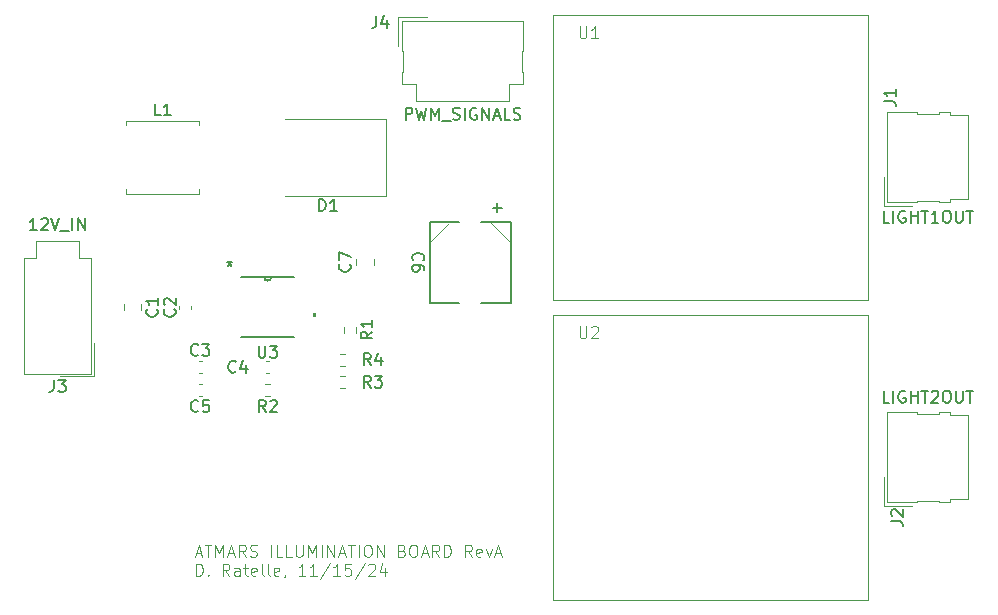
<source format=gbr>
%TF.GenerationSoftware,KiCad,Pcbnew,8.0.3*%
%TF.CreationDate,2024-11-26T12:10:15-08:00*%
%TF.ProjectId,IlluminationControlBoard,496c6c75-6d69-46e6-9174-696f6e436f6e,rev?*%
%TF.SameCoordinates,Original*%
%TF.FileFunction,Legend,Top*%
%TF.FilePolarity,Positive*%
%FSLAX46Y46*%
G04 Gerber Fmt 4.6, Leading zero omitted, Abs format (unit mm)*
G04 Created by KiCad (PCBNEW 8.0.3) date 2024-11-26 12:10:15*
%MOMM*%
%LPD*%
G01*
G04 APERTURE LIST*
%ADD10C,0.100000*%
%ADD11C,0.150000*%
%ADD12C,0.120000*%
%ADD13C,0.152400*%
%ADD14C,0.000000*%
G04 APERTURE END LIST*
D10*
X41531265Y-71636760D02*
X42007455Y-71636760D01*
X41436027Y-71922475D02*
X41769360Y-70922475D01*
X41769360Y-70922475D02*
X42102693Y-71922475D01*
X42293170Y-70922475D02*
X42864598Y-70922475D01*
X42578884Y-71922475D02*
X42578884Y-70922475D01*
X43197932Y-71922475D02*
X43197932Y-70922475D01*
X43197932Y-70922475D02*
X43531265Y-71636760D01*
X43531265Y-71636760D02*
X43864598Y-70922475D01*
X43864598Y-70922475D02*
X43864598Y-71922475D01*
X44293170Y-71636760D02*
X44769360Y-71636760D01*
X44197932Y-71922475D02*
X44531265Y-70922475D01*
X44531265Y-70922475D02*
X44864598Y-71922475D01*
X45769360Y-71922475D02*
X45436027Y-71446284D01*
X45197932Y-71922475D02*
X45197932Y-70922475D01*
X45197932Y-70922475D02*
X45578884Y-70922475D01*
X45578884Y-70922475D02*
X45674122Y-70970094D01*
X45674122Y-70970094D02*
X45721741Y-71017713D01*
X45721741Y-71017713D02*
X45769360Y-71112951D01*
X45769360Y-71112951D02*
X45769360Y-71255808D01*
X45769360Y-71255808D02*
X45721741Y-71351046D01*
X45721741Y-71351046D02*
X45674122Y-71398665D01*
X45674122Y-71398665D02*
X45578884Y-71446284D01*
X45578884Y-71446284D02*
X45197932Y-71446284D01*
X46150313Y-71874856D02*
X46293170Y-71922475D01*
X46293170Y-71922475D02*
X46531265Y-71922475D01*
X46531265Y-71922475D02*
X46626503Y-71874856D01*
X46626503Y-71874856D02*
X46674122Y-71827236D01*
X46674122Y-71827236D02*
X46721741Y-71731998D01*
X46721741Y-71731998D02*
X46721741Y-71636760D01*
X46721741Y-71636760D02*
X46674122Y-71541522D01*
X46674122Y-71541522D02*
X46626503Y-71493903D01*
X46626503Y-71493903D02*
X46531265Y-71446284D01*
X46531265Y-71446284D02*
X46340789Y-71398665D01*
X46340789Y-71398665D02*
X46245551Y-71351046D01*
X46245551Y-71351046D02*
X46197932Y-71303427D01*
X46197932Y-71303427D02*
X46150313Y-71208189D01*
X46150313Y-71208189D02*
X46150313Y-71112951D01*
X46150313Y-71112951D02*
X46197932Y-71017713D01*
X46197932Y-71017713D02*
X46245551Y-70970094D01*
X46245551Y-70970094D02*
X46340789Y-70922475D01*
X46340789Y-70922475D02*
X46578884Y-70922475D01*
X46578884Y-70922475D02*
X46721741Y-70970094D01*
X47912218Y-71922475D02*
X47912218Y-70922475D01*
X48864598Y-71922475D02*
X48388408Y-71922475D01*
X48388408Y-71922475D02*
X48388408Y-70922475D01*
X49674122Y-71922475D02*
X49197932Y-71922475D01*
X49197932Y-71922475D02*
X49197932Y-70922475D01*
X50007456Y-70922475D02*
X50007456Y-71731998D01*
X50007456Y-71731998D02*
X50055075Y-71827236D01*
X50055075Y-71827236D02*
X50102694Y-71874856D01*
X50102694Y-71874856D02*
X50197932Y-71922475D01*
X50197932Y-71922475D02*
X50388408Y-71922475D01*
X50388408Y-71922475D02*
X50483646Y-71874856D01*
X50483646Y-71874856D02*
X50531265Y-71827236D01*
X50531265Y-71827236D02*
X50578884Y-71731998D01*
X50578884Y-71731998D02*
X50578884Y-70922475D01*
X51055075Y-71922475D02*
X51055075Y-70922475D01*
X51055075Y-70922475D02*
X51388408Y-71636760D01*
X51388408Y-71636760D02*
X51721741Y-70922475D01*
X51721741Y-70922475D02*
X51721741Y-71922475D01*
X52197932Y-71922475D02*
X52197932Y-70922475D01*
X52674122Y-71922475D02*
X52674122Y-70922475D01*
X52674122Y-70922475D02*
X53245550Y-71922475D01*
X53245550Y-71922475D02*
X53245550Y-70922475D01*
X53674122Y-71636760D02*
X54150312Y-71636760D01*
X53578884Y-71922475D02*
X53912217Y-70922475D01*
X53912217Y-70922475D02*
X54245550Y-71922475D01*
X54436027Y-70922475D02*
X55007455Y-70922475D01*
X54721741Y-71922475D02*
X54721741Y-70922475D01*
X55340789Y-71922475D02*
X55340789Y-70922475D01*
X56007455Y-70922475D02*
X56197931Y-70922475D01*
X56197931Y-70922475D02*
X56293169Y-70970094D01*
X56293169Y-70970094D02*
X56388407Y-71065332D01*
X56388407Y-71065332D02*
X56436026Y-71255808D01*
X56436026Y-71255808D02*
X56436026Y-71589141D01*
X56436026Y-71589141D02*
X56388407Y-71779617D01*
X56388407Y-71779617D02*
X56293169Y-71874856D01*
X56293169Y-71874856D02*
X56197931Y-71922475D01*
X56197931Y-71922475D02*
X56007455Y-71922475D01*
X56007455Y-71922475D02*
X55912217Y-71874856D01*
X55912217Y-71874856D02*
X55816979Y-71779617D01*
X55816979Y-71779617D02*
X55769360Y-71589141D01*
X55769360Y-71589141D02*
X55769360Y-71255808D01*
X55769360Y-71255808D02*
X55816979Y-71065332D01*
X55816979Y-71065332D02*
X55912217Y-70970094D01*
X55912217Y-70970094D02*
X56007455Y-70922475D01*
X56864598Y-71922475D02*
X56864598Y-70922475D01*
X56864598Y-70922475D02*
X57436026Y-71922475D01*
X57436026Y-71922475D02*
X57436026Y-70922475D01*
X59007455Y-71398665D02*
X59150312Y-71446284D01*
X59150312Y-71446284D02*
X59197931Y-71493903D01*
X59197931Y-71493903D02*
X59245550Y-71589141D01*
X59245550Y-71589141D02*
X59245550Y-71731998D01*
X59245550Y-71731998D02*
X59197931Y-71827236D01*
X59197931Y-71827236D02*
X59150312Y-71874856D01*
X59150312Y-71874856D02*
X59055074Y-71922475D01*
X59055074Y-71922475D02*
X58674122Y-71922475D01*
X58674122Y-71922475D02*
X58674122Y-70922475D01*
X58674122Y-70922475D02*
X59007455Y-70922475D01*
X59007455Y-70922475D02*
X59102693Y-70970094D01*
X59102693Y-70970094D02*
X59150312Y-71017713D01*
X59150312Y-71017713D02*
X59197931Y-71112951D01*
X59197931Y-71112951D02*
X59197931Y-71208189D01*
X59197931Y-71208189D02*
X59150312Y-71303427D01*
X59150312Y-71303427D02*
X59102693Y-71351046D01*
X59102693Y-71351046D02*
X59007455Y-71398665D01*
X59007455Y-71398665D02*
X58674122Y-71398665D01*
X59864598Y-70922475D02*
X60055074Y-70922475D01*
X60055074Y-70922475D02*
X60150312Y-70970094D01*
X60150312Y-70970094D02*
X60245550Y-71065332D01*
X60245550Y-71065332D02*
X60293169Y-71255808D01*
X60293169Y-71255808D02*
X60293169Y-71589141D01*
X60293169Y-71589141D02*
X60245550Y-71779617D01*
X60245550Y-71779617D02*
X60150312Y-71874856D01*
X60150312Y-71874856D02*
X60055074Y-71922475D01*
X60055074Y-71922475D02*
X59864598Y-71922475D01*
X59864598Y-71922475D02*
X59769360Y-71874856D01*
X59769360Y-71874856D02*
X59674122Y-71779617D01*
X59674122Y-71779617D02*
X59626503Y-71589141D01*
X59626503Y-71589141D02*
X59626503Y-71255808D01*
X59626503Y-71255808D02*
X59674122Y-71065332D01*
X59674122Y-71065332D02*
X59769360Y-70970094D01*
X59769360Y-70970094D02*
X59864598Y-70922475D01*
X60674122Y-71636760D02*
X61150312Y-71636760D01*
X60578884Y-71922475D02*
X60912217Y-70922475D01*
X60912217Y-70922475D02*
X61245550Y-71922475D01*
X62150312Y-71922475D02*
X61816979Y-71446284D01*
X61578884Y-71922475D02*
X61578884Y-70922475D01*
X61578884Y-70922475D02*
X61959836Y-70922475D01*
X61959836Y-70922475D02*
X62055074Y-70970094D01*
X62055074Y-70970094D02*
X62102693Y-71017713D01*
X62102693Y-71017713D02*
X62150312Y-71112951D01*
X62150312Y-71112951D02*
X62150312Y-71255808D01*
X62150312Y-71255808D02*
X62102693Y-71351046D01*
X62102693Y-71351046D02*
X62055074Y-71398665D01*
X62055074Y-71398665D02*
X61959836Y-71446284D01*
X61959836Y-71446284D02*
X61578884Y-71446284D01*
X62578884Y-71922475D02*
X62578884Y-70922475D01*
X62578884Y-70922475D02*
X62816979Y-70922475D01*
X62816979Y-70922475D02*
X62959836Y-70970094D01*
X62959836Y-70970094D02*
X63055074Y-71065332D01*
X63055074Y-71065332D02*
X63102693Y-71160570D01*
X63102693Y-71160570D02*
X63150312Y-71351046D01*
X63150312Y-71351046D02*
X63150312Y-71493903D01*
X63150312Y-71493903D02*
X63102693Y-71684379D01*
X63102693Y-71684379D02*
X63055074Y-71779617D01*
X63055074Y-71779617D02*
X62959836Y-71874856D01*
X62959836Y-71874856D02*
X62816979Y-71922475D01*
X62816979Y-71922475D02*
X62578884Y-71922475D01*
X64912217Y-71922475D02*
X64578884Y-71446284D01*
X64340789Y-71922475D02*
X64340789Y-70922475D01*
X64340789Y-70922475D02*
X64721741Y-70922475D01*
X64721741Y-70922475D02*
X64816979Y-70970094D01*
X64816979Y-70970094D02*
X64864598Y-71017713D01*
X64864598Y-71017713D02*
X64912217Y-71112951D01*
X64912217Y-71112951D02*
X64912217Y-71255808D01*
X64912217Y-71255808D02*
X64864598Y-71351046D01*
X64864598Y-71351046D02*
X64816979Y-71398665D01*
X64816979Y-71398665D02*
X64721741Y-71446284D01*
X64721741Y-71446284D02*
X64340789Y-71446284D01*
X65721741Y-71874856D02*
X65626503Y-71922475D01*
X65626503Y-71922475D02*
X65436027Y-71922475D01*
X65436027Y-71922475D02*
X65340789Y-71874856D01*
X65340789Y-71874856D02*
X65293170Y-71779617D01*
X65293170Y-71779617D02*
X65293170Y-71398665D01*
X65293170Y-71398665D02*
X65340789Y-71303427D01*
X65340789Y-71303427D02*
X65436027Y-71255808D01*
X65436027Y-71255808D02*
X65626503Y-71255808D01*
X65626503Y-71255808D02*
X65721741Y-71303427D01*
X65721741Y-71303427D02*
X65769360Y-71398665D01*
X65769360Y-71398665D02*
X65769360Y-71493903D01*
X65769360Y-71493903D02*
X65293170Y-71589141D01*
X66102694Y-71255808D02*
X66340789Y-71922475D01*
X66340789Y-71922475D02*
X66578884Y-71255808D01*
X66912218Y-71636760D02*
X67388408Y-71636760D01*
X66816980Y-71922475D02*
X67150313Y-70922475D01*
X67150313Y-70922475D02*
X67483646Y-71922475D01*
X41578884Y-73532419D02*
X41578884Y-72532419D01*
X41578884Y-72532419D02*
X41816979Y-72532419D01*
X41816979Y-72532419D02*
X41959836Y-72580038D01*
X41959836Y-72580038D02*
X42055074Y-72675276D01*
X42055074Y-72675276D02*
X42102693Y-72770514D01*
X42102693Y-72770514D02*
X42150312Y-72960990D01*
X42150312Y-72960990D02*
X42150312Y-73103847D01*
X42150312Y-73103847D02*
X42102693Y-73294323D01*
X42102693Y-73294323D02*
X42055074Y-73389561D01*
X42055074Y-73389561D02*
X41959836Y-73484800D01*
X41959836Y-73484800D02*
X41816979Y-73532419D01*
X41816979Y-73532419D02*
X41578884Y-73532419D01*
X42578884Y-73437180D02*
X42626503Y-73484800D01*
X42626503Y-73484800D02*
X42578884Y-73532419D01*
X42578884Y-73532419D02*
X42531265Y-73484800D01*
X42531265Y-73484800D02*
X42578884Y-73437180D01*
X42578884Y-73437180D02*
X42578884Y-73532419D01*
X44388407Y-73532419D02*
X44055074Y-73056228D01*
X43816979Y-73532419D02*
X43816979Y-72532419D01*
X43816979Y-72532419D02*
X44197931Y-72532419D01*
X44197931Y-72532419D02*
X44293169Y-72580038D01*
X44293169Y-72580038D02*
X44340788Y-72627657D01*
X44340788Y-72627657D02*
X44388407Y-72722895D01*
X44388407Y-72722895D02*
X44388407Y-72865752D01*
X44388407Y-72865752D02*
X44340788Y-72960990D01*
X44340788Y-72960990D02*
X44293169Y-73008609D01*
X44293169Y-73008609D02*
X44197931Y-73056228D01*
X44197931Y-73056228D02*
X43816979Y-73056228D01*
X45245550Y-73532419D02*
X45245550Y-73008609D01*
X45245550Y-73008609D02*
X45197931Y-72913371D01*
X45197931Y-72913371D02*
X45102693Y-72865752D01*
X45102693Y-72865752D02*
X44912217Y-72865752D01*
X44912217Y-72865752D02*
X44816979Y-72913371D01*
X45245550Y-73484800D02*
X45150312Y-73532419D01*
X45150312Y-73532419D02*
X44912217Y-73532419D01*
X44912217Y-73532419D02*
X44816979Y-73484800D01*
X44816979Y-73484800D02*
X44769360Y-73389561D01*
X44769360Y-73389561D02*
X44769360Y-73294323D01*
X44769360Y-73294323D02*
X44816979Y-73199085D01*
X44816979Y-73199085D02*
X44912217Y-73151466D01*
X44912217Y-73151466D02*
X45150312Y-73151466D01*
X45150312Y-73151466D02*
X45245550Y-73103847D01*
X45578884Y-72865752D02*
X45959836Y-72865752D01*
X45721741Y-72532419D02*
X45721741Y-73389561D01*
X45721741Y-73389561D02*
X45769360Y-73484800D01*
X45769360Y-73484800D02*
X45864598Y-73532419D01*
X45864598Y-73532419D02*
X45959836Y-73532419D01*
X46674122Y-73484800D02*
X46578884Y-73532419D01*
X46578884Y-73532419D02*
X46388408Y-73532419D01*
X46388408Y-73532419D02*
X46293170Y-73484800D01*
X46293170Y-73484800D02*
X46245551Y-73389561D01*
X46245551Y-73389561D02*
X46245551Y-73008609D01*
X46245551Y-73008609D02*
X46293170Y-72913371D01*
X46293170Y-72913371D02*
X46388408Y-72865752D01*
X46388408Y-72865752D02*
X46578884Y-72865752D01*
X46578884Y-72865752D02*
X46674122Y-72913371D01*
X46674122Y-72913371D02*
X46721741Y-73008609D01*
X46721741Y-73008609D02*
X46721741Y-73103847D01*
X46721741Y-73103847D02*
X46245551Y-73199085D01*
X47293170Y-73532419D02*
X47197932Y-73484800D01*
X47197932Y-73484800D02*
X47150313Y-73389561D01*
X47150313Y-73389561D02*
X47150313Y-72532419D01*
X47816980Y-73532419D02*
X47721742Y-73484800D01*
X47721742Y-73484800D02*
X47674123Y-73389561D01*
X47674123Y-73389561D02*
X47674123Y-72532419D01*
X48578885Y-73484800D02*
X48483647Y-73532419D01*
X48483647Y-73532419D02*
X48293171Y-73532419D01*
X48293171Y-73532419D02*
X48197933Y-73484800D01*
X48197933Y-73484800D02*
X48150314Y-73389561D01*
X48150314Y-73389561D02*
X48150314Y-73008609D01*
X48150314Y-73008609D02*
X48197933Y-72913371D01*
X48197933Y-72913371D02*
X48293171Y-72865752D01*
X48293171Y-72865752D02*
X48483647Y-72865752D01*
X48483647Y-72865752D02*
X48578885Y-72913371D01*
X48578885Y-72913371D02*
X48626504Y-73008609D01*
X48626504Y-73008609D02*
X48626504Y-73103847D01*
X48626504Y-73103847D02*
X48150314Y-73199085D01*
X49102695Y-73484800D02*
X49102695Y-73532419D01*
X49102695Y-73532419D02*
X49055076Y-73627657D01*
X49055076Y-73627657D02*
X49007457Y-73675276D01*
X50816980Y-73532419D02*
X50245552Y-73532419D01*
X50531266Y-73532419D02*
X50531266Y-72532419D01*
X50531266Y-72532419D02*
X50436028Y-72675276D01*
X50436028Y-72675276D02*
X50340790Y-72770514D01*
X50340790Y-72770514D02*
X50245552Y-72818133D01*
X51769361Y-73532419D02*
X51197933Y-73532419D01*
X51483647Y-73532419D02*
X51483647Y-72532419D01*
X51483647Y-72532419D02*
X51388409Y-72675276D01*
X51388409Y-72675276D02*
X51293171Y-72770514D01*
X51293171Y-72770514D02*
X51197933Y-72818133D01*
X52912218Y-72484800D02*
X52055076Y-73770514D01*
X53769361Y-73532419D02*
X53197933Y-73532419D01*
X53483647Y-73532419D02*
X53483647Y-72532419D01*
X53483647Y-72532419D02*
X53388409Y-72675276D01*
X53388409Y-72675276D02*
X53293171Y-72770514D01*
X53293171Y-72770514D02*
X53197933Y-72818133D01*
X54674123Y-72532419D02*
X54197933Y-72532419D01*
X54197933Y-72532419D02*
X54150314Y-73008609D01*
X54150314Y-73008609D02*
X54197933Y-72960990D01*
X54197933Y-72960990D02*
X54293171Y-72913371D01*
X54293171Y-72913371D02*
X54531266Y-72913371D01*
X54531266Y-72913371D02*
X54626504Y-72960990D01*
X54626504Y-72960990D02*
X54674123Y-73008609D01*
X54674123Y-73008609D02*
X54721742Y-73103847D01*
X54721742Y-73103847D02*
X54721742Y-73341942D01*
X54721742Y-73341942D02*
X54674123Y-73437180D01*
X54674123Y-73437180D02*
X54626504Y-73484800D01*
X54626504Y-73484800D02*
X54531266Y-73532419D01*
X54531266Y-73532419D02*
X54293171Y-73532419D01*
X54293171Y-73532419D02*
X54197933Y-73484800D01*
X54197933Y-73484800D02*
X54150314Y-73437180D01*
X55864599Y-72484800D02*
X55007457Y-73770514D01*
X56150314Y-72627657D02*
X56197933Y-72580038D01*
X56197933Y-72580038D02*
X56293171Y-72532419D01*
X56293171Y-72532419D02*
X56531266Y-72532419D01*
X56531266Y-72532419D02*
X56626504Y-72580038D01*
X56626504Y-72580038D02*
X56674123Y-72627657D01*
X56674123Y-72627657D02*
X56721742Y-72722895D01*
X56721742Y-72722895D02*
X56721742Y-72818133D01*
X56721742Y-72818133D02*
X56674123Y-72960990D01*
X56674123Y-72960990D02*
X56102695Y-73532419D01*
X56102695Y-73532419D02*
X56721742Y-73532419D01*
X57578885Y-72865752D02*
X57578885Y-73532419D01*
X57340790Y-72484800D02*
X57102695Y-73199085D01*
X57102695Y-73199085D02*
X57721742Y-73199085D01*
D11*
X51966905Y-42654819D02*
X51966905Y-41654819D01*
X51966905Y-41654819D02*
X52205000Y-41654819D01*
X52205000Y-41654819D02*
X52347857Y-41702438D01*
X52347857Y-41702438D02*
X52443095Y-41797676D01*
X52443095Y-41797676D02*
X52490714Y-41892914D01*
X52490714Y-41892914D02*
X52538333Y-42083390D01*
X52538333Y-42083390D02*
X52538333Y-42226247D01*
X52538333Y-42226247D02*
X52490714Y-42416723D01*
X52490714Y-42416723D02*
X52443095Y-42511961D01*
X52443095Y-42511961D02*
X52347857Y-42607200D01*
X52347857Y-42607200D02*
X52205000Y-42654819D01*
X52205000Y-42654819D02*
X51966905Y-42654819D01*
X53490714Y-42654819D02*
X52919286Y-42654819D01*
X53205000Y-42654819D02*
X53205000Y-41654819D01*
X53205000Y-41654819D02*
X53109762Y-41797676D01*
X53109762Y-41797676D02*
X53014524Y-41892914D01*
X53014524Y-41892914D02*
X52919286Y-41940533D01*
D10*
X74041095Y-52416419D02*
X74041095Y-53225942D01*
X74041095Y-53225942D02*
X74088714Y-53321180D01*
X74088714Y-53321180D02*
X74136333Y-53368800D01*
X74136333Y-53368800D02*
X74231571Y-53416419D01*
X74231571Y-53416419D02*
X74422047Y-53416419D01*
X74422047Y-53416419D02*
X74517285Y-53368800D01*
X74517285Y-53368800D02*
X74564904Y-53321180D01*
X74564904Y-53321180D02*
X74612523Y-53225942D01*
X74612523Y-53225942D02*
X74612523Y-52416419D01*
X75041095Y-52511657D02*
X75088714Y-52464038D01*
X75088714Y-52464038D02*
X75183952Y-52416419D01*
X75183952Y-52416419D02*
X75422047Y-52416419D01*
X75422047Y-52416419D02*
X75517285Y-52464038D01*
X75517285Y-52464038D02*
X75564904Y-52511657D01*
X75564904Y-52511657D02*
X75612523Y-52606895D01*
X75612523Y-52606895D02*
X75612523Y-52702133D01*
X75612523Y-52702133D02*
X75564904Y-52844990D01*
X75564904Y-52844990D02*
X74993476Y-53416419D01*
X74993476Y-53416419D02*
X75612523Y-53416419D01*
D11*
X38234580Y-50966666D02*
X38282200Y-51014285D01*
X38282200Y-51014285D02*
X38329819Y-51157142D01*
X38329819Y-51157142D02*
X38329819Y-51252380D01*
X38329819Y-51252380D02*
X38282200Y-51395237D01*
X38282200Y-51395237D02*
X38186961Y-51490475D01*
X38186961Y-51490475D02*
X38091723Y-51538094D01*
X38091723Y-51538094D02*
X37901247Y-51585713D01*
X37901247Y-51585713D02*
X37758390Y-51585713D01*
X37758390Y-51585713D02*
X37567914Y-51538094D01*
X37567914Y-51538094D02*
X37472676Y-51490475D01*
X37472676Y-51490475D02*
X37377438Y-51395237D01*
X37377438Y-51395237D02*
X37329819Y-51252380D01*
X37329819Y-51252380D02*
X37329819Y-51157142D01*
X37329819Y-51157142D02*
X37377438Y-51014285D01*
X37377438Y-51014285D02*
X37425057Y-50966666D01*
X38329819Y-50014285D02*
X38329819Y-50585713D01*
X38329819Y-50299999D02*
X37329819Y-50299999D01*
X37329819Y-50299999D02*
X37472676Y-50395237D01*
X37472676Y-50395237D02*
X37567914Y-50490475D01*
X37567914Y-50490475D02*
X37615533Y-50585713D01*
X100419819Y-68913333D02*
X101134104Y-68913333D01*
X101134104Y-68913333D02*
X101276961Y-68960952D01*
X101276961Y-68960952D02*
X101372200Y-69056190D01*
X101372200Y-69056190D02*
X101419819Y-69199047D01*
X101419819Y-69199047D02*
X101419819Y-69294285D01*
X100515057Y-68484761D02*
X100467438Y-68437142D01*
X100467438Y-68437142D02*
X100419819Y-68341904D01*
X100419819Y-68341904D02*
X100419819Y-68103809D01*
X100419819Y-68103809D02*
X100467438Y-68008571D01*
X100467438Y-68008571D02*
X100515057Y-67960952D01*
X100515057Y-67960952D02*
X100610295Y-67913333D01*
X100610295Y-67913333D02*
X100705533Y-67913333D01*
X100705533Y-67913333D02*
X100848390Y-67960952D01*
X100848390Y-67960952D02*
X101419819Y-68532380D01*
X101419819Y-68532380D02*
X101419819Y-67913333D01*
X100266904Y-58874819D02*
X99790714Y-58874819D01*
X99790714Y-58874819D02*
X99790714Y-57874819D01*
X100600238Y-58874819D02*
X100600238Y-57874819D01*
X101600237Y-57922438D02*
X101504999Y-57874819D01*
X101504999Y-57874819D02*
X101362142Y-57874819D01*
X101362142Y-57874819D02*
X101219285Y-57922438D01*
X101219285Y-57922438D02*
X101124047Y-58017676D01*
X101124047Y-58017676D02*
X101076428Y-58112914D01*
X101076428Y-58112914D02*
X101028809Y-58303390D01*
X101028809Y-58303390D02*
X101028809Y-58446247D01*
X101028809Y-58446247D02*
X101076428Y-58636723D01*
X101076428Y-58636723D02*
X101124047Y-58731961D01*
X101124047Y-58731961D02*
X101219285Y-58827200D01*
X101219285Y-58827200D02*
X101362142Y-58874819D01*
X101362142Y-58874819D02*
X101457380Y-58874819D01*
X101457380Y-58874819D02*
X101600237Y-58827200D01*
X101600237Y-58827200D02*
X101647856Y-58779580D01*
X101647856Y-58779580D02*
X101647856Y-58446247D01*
X101647856Y-58446247D02*
X101457380Y-58446247D01*
X102076428Y-58874819D02*
X102076428Y-57874819D01*
X102076428Y-58351009D02*
X102647856Y-58351009D01*
X102647856Y-58874819D02*
X102647856Y-57874819D01*
X102981190Y-57874819D02*
X103552618Y-57874819D01*
X103266904Y-58874819D02*
X103266904Y-57874819D01*
X103838333Y-57970057D02*
X103885952Y-57922438D01*
X103885952Y-57922438D02*
X103981190Y-57874819D01*
X103981190Y-57874819D02*
X104219285Y-57874819D01*
X104219285Y-57874819D02*
X104314523Y-57922438D01*
X104314523Y-57922438D02*
X104362142Y-57970057D01*
X104362142Y-57970057D02*
X104409761Y-58065295D01*
X104409761Y-58065295D02*
X104409761Y-58160533D01*
X104409761Y-58160533D02*
X104362142Y-58303390D01*
X104362142Y-58303390D02*
X103790714Y-58874819D01*
X103790714Y-58874819D02*
X104409761Y-58874819D01*
X105028809Y-57874819D02*
X105219285Y-57874819D01*
X105219285Y-57874819D02*
X105314523Y-57922438D01*
X105314523Y-57922438D02*
X105409761Y-58017676D01*
X105409761Y-58017676D02*
X105457380Y-58208152D01*
X105457380Y-58208152D02*
X105457380Y-58541485D01*
X105457380Y-58541485D02*
X105409761Y-58731961D01*
X105409761Y-58731961D02*
X105314523Y-58827200D01*
X105314523Y-58827200D02*
X105219285Y-58874819D01*
X105219285Y-58874819D02*
X105028809Y-58874819D01*
X105028809Y-58874819D02*
X104933571Y-58827200D01*
X104933571Y-58827200D02*
X104838333Y-58731961D01*
X104838333Y-58731961D02*
X104790714Y-58541485D01*
X104790714Y-58541485D02*
X104790714Y-58208152D01*
X104790714Y-58208152D02*
X104838333Y-58017676D01*
X104838333Y-58017676D02*
X104933571Y-57922438D01*
X104933571Y-57922438D02*
X105028809Y-57874819D01*
X105885952Y-57874819D02*
X105885952Y-58684342D01*
X105885952Y-58684342D02*
X105933571Y-58779580D01*
X105933571Y-58779580D02*
X105981190Y-58827200D01*
X105981190Y-58827200D02*
X106076428Y-58874819D01*
X106076428Y-58874819D02*
X106266904Y-58874819D01*
X106266904Y-58874819D02*
X106362142Y-58827200D01*
X106362142Y-58827200D02*
X106409761Y-58779580D01*
X106409761Y-58779580D02*
X106457380Y-58684342D01*
X106457380Y-58684342D02*
X106457380Y-57874819D01*
X106790714Y-57874819D02*
X107362142Y-57874819D01*
X107076428Y-58874819D02*
X107076428Y-57874819D01*
X56348333Y-57604819D02*
X56015000Y-57128628D01*
X55776905Y-57604819D02*
X55776905Y-56604819D01*
X55776905Y-56604819D02*
X56157857Y-56604819D01*
X56157857Y-56604819D02*
X56253095Y-56652438D01*
X56253095Y-56652438D02*
X56300714Y-56700057D01*
X56300714Y-56700057D02*
X56348333Y-56795295D01*
X56348333Y-56795295D02*
X56348333Y-56938152D01*
X56348333Y-56938152D02*
X56300714Y-57033390D01*
X56300714Y-57033390D02*
X56253095Y-57081009D01*
X56253095Y-57081009D02*
X56157857Y-57128628D01*
X56157857Y-57128628D02*
X55776905Y-57128628D01*
X56681667Y-56604819D02*
X57300714Y-56604819D01*
X57300714Y-56604819D02*
X56967381Y-56985771D01*
X56967381Y-56985771D02*
X57110238Y-56985771D01*
X57110238Y-56985771D02*
X57205476Y-57033390D01*
X57205476Y-57033390D02*
X57253095Y-57081009D01*
X57253095Y-57081009D02*
X57300714Y-57176247D01*
X57300714Y-57176247D02*
X57300714Y-57414342D01*
X57300714Y-57414342D02*
X57253095Y-57509580D01*
X57253095Y-57509580D02*
X57205476Y-57557200D01*
X57205476Y-57557200D02*
X57110238Y-57604819D01*
X57110238Y-57604819D02*
X56824524Y-57604819D01*
X56824524Y-57604819D02*
X56729286Y-57557200D01*
X56729286Y-57557200D02*
X56681667Y-57509580D01*
X41743333Y-54809580D02*
X41695714Y-54857200D01*
X41695714Y-54857200D02*
X41552857Y-54904819D01*
X41552857Y-54904819D02*
X41457619Y-54904819D01*
X41457619Y-54904819D02*
X41314762Y-54857200D01*
X41314762Y-54857200D02*
X41219524Y-54761961D01*
X41219524Y-54761961D02*
X41171905Y-54666723D01*
X41171905Y-54666723D02*
X41124286Y-54476247D01*
X41124286Y-54476247D02*
X41124286Y-54333390D01*
X41124286Y-54333390D02*
X41171905Y-54142914D01*
X41171905Y-54142914D02*
X41219524Y-54047676D01*
X41219524Y-54047676D02*
X41314762Y-53952438D01*
X41314762Y-53952438D02*
X41457619Y-53904819D01*
X41457619Y-53904819D02*
X41552857Y-53904819D01*
X41552857Y-53904819D02*
X41695714Y-53952438D01*
X41695714Y-53952438D02*
X41743333Y-54000057D01*
X42076667Y-53904819D02*
X42695714Y-53904819D01*
X42695714Y-53904819D02*
X42362381Y-54285771D01*
X42362381Y-54285771D02*
X42505238Y-54285771D01*
X42505238Y-54285771D02*
X42600476Y-54333390D01*
X42600476Y-54333390D02*
X42648095Y-54381009D01*
X42648095Y-54381009D02*
X42695714Y-54476247D01*
X42695714Y-54476247D02*
X42695714Y-54714342D01*
X42695714Y-54714342D02*
X42648095Y-54809580D01*
X42648095Y-54809580D02*
X42600476Y-54857200D01*
X42600476Y-54857200D02*
X42505238Y-54904819D01*
X42505238Y-54904819D02*
X42219524Y-54904819D01*
X42219524Y-54904819D02*
X42124286Y-54857200D01*
X42124286Y-54857200D02*
X42076667Y-54809580D01*
X44918333Y-56239580D02*
X44870714Y-56287200D01*
X44870714Y-56287200D02*
X44727857Y-56334819D01*
X44727857Y-56334819D02*
X44632619Y-56334819D01*
X44632619Y-56334819D02*
X44489762Y-56287200D01*
X44489762Y-56287200D02*
X44394524Y-56191961D01*
X44394524Y-56191961D02*
X44346905Y-56096723D01*
X44346905Y-56096723D02*
X44299286Y-55906247D01*
X44299286Y-55906247D02*
X44299286Y-55763390D01*
X44299286Y-55763390D02*
X44346905Y-55572914D01*
X44346905Y-55572914D02*
X44394524Y-55477676D01*
X44394524Y-55477676D02*
X44489762Y-55382438D01*
X44489762Y-55382438D02*
X44632619Y-55334819D01*
X44632619Y-55334819D02*
X44727857Y-55334819D01*
X44727857Y-55334819D02*
X44870714Y-55382438D01*
X44870714Y-55382438D02*
X44918333Y-55430057D01*
X45775476Y-55668152D02*
X45775476Y-56334819D01*
X45537381Y-55287200D02*
X45299286Y-56001485D01*
X45299286Y-56001485D02*
X45918333Y-56001485D01*
X39729580Y-50966666D02*
X39777200Y-51014285D01*
X39777200Y-51014285D02*
X39824819Y-51157142D01*
X39824819Y-51157142D02*
X39824819Y-51252380D01*
X39824819Y-51252380D02*
X39777200Y-51395237D01*
X39777200Y-51395237D02*
X39681961Y-51490475D01*
X39681961Y-51490475D02*
X39586723Y-51538094D01*
X39586723Y-51538094D02*
X39396247Y-51585713D01*
X39396247Y-51585713D02*
X39253390Y-51585713D01*
X39253390Y-51585713D02*
X39062914Y-51538094D01*
X39062914Y-51538094D02*
X38967676Y-51490475D01*
X38967676Y-51490475D02*
X38872438Y-51395237D01*
X38872438Y-51395237D02*
X38824819Y-51252380D01*
X38824819Y-51252380D02*
X38824819Y-51157142D01*
X38824819Y-51157142D02*
X38872438Y-51014285D01*
X38872438Y-51014285D02*
X38920057Y-50966666D01*
X38920057Y-50585713D02*
X38872438Y-50538094D01*
X38872438Y-50538094D02*
X38824819Y-50442856D01*
X38824819Y-50442856D02*
X38824819Y-50204761D01*
X38824819Y-50204761D02*
X38872438Y-50109523D01*
X38872438Y-50109523D02*
X38920057Y-50061904D01*
X38920057Y-50061904D02*
X39015295Y-50014285D01*
X39015295Y-50014285D02*
X39110533Y-50014285D01*
X39110533Y-50014285D02*
X39253390Y-50061904D01*
X39253390Y-50061904D02*
X39824819Y-50633332D01*
X39824819Y-50633332D02*
X39824819Y-50014285D01*
X56348333Y-55699819D02*
X56015000Y-55223628D01*
X55776905Y-55699819D02*
X55776905Y-54699819D01*
X55776905Y-54699819D02*
X56157857Y-54699819D01*
X56157857Y-54699819D02*
X56253095Y-54747438D01*
X56253095Y-54747438D02*
X56300714Y-54795057D01*
X56300714Y-54795057D02*
X56348333Y-54890295D01*
X56348333Y-54890295D02*
X56348333Y-55033152D01*
X56348333Y-55033152D02*
X56300714Y-55128390D01*
X56300714Y-55128390D02*
X56253095Y-55176009D01*
X56253095Y-55176009D02*
X56157857Y-55223628D01*
X56157857Y-55223628D02*
X55776905Y-55223628D01*
X57205476Y-55033152D02*
X57205476Y-55699819D01*
X56967381Y-54652200D02*
X56729286Y-55366485D01*
X56729286Y-55366485D02*
X57348333Y-55366485D01*
X29511666Y-56954819D02*
X29511666Y-57669104D01*
X29511666Y-57669104D02*
X29464047Y-57811961D01*
X29464047Y-57811961D02*
X29368809Y-57907200D01*
X29368809Y-57907200D02*
X29225952Y-57954819D01*
X29225952Y-57954819D02*
X29130714Y-57954819D01*
X29892619Y-56954819D02*
X30511666Y-56954819D01*
X30511666Y-56954819D02*
X30178333Y-57335771D01*
X30178333Y-57335771D02*
X30321190Y-57335771D01*
X30321190Y-57335771D02*
X30416428Y-57383390D01*
X30416428Y-57383390D02*
X30464047Y-57431009D01*
X30464047Y-57431009D02*
X30511666Y-57526247D01*
X30511666Y-57526247D02*
X30511666Y-57764342D01*
X30511666Y-57764342D02*
X30464047Y-57859580D01*
X30464047Y-57859580D02*
X30416428Y-57907200D01*
X30416428Y-57907200D02*
X30321190Y-57954819D01*
X30321190Y-57954819D02*
X30035476Y-57954819D01*
X30035476Y-57954819D02*
X29940238Y-57907200D01*
X29940238Y-57907200D02*
X29892619Y-57859580D01*
X28083095Y-44269819D02*
X27511667Y-44269819D01*
X27797381Y-44269819D02*
X27797381Y-43269819D01*
X27797381Y-43269819D02*
X27702143Y-43412676D01*
X27702143Y-43412676D02*
X27606905Y-43507914D01*
X27606905Y-43507914D02*
X27511667Y-43555533D01*
X28464048Y-43365057D02*
X28511667Y-43317438D01*
X28511667Y-43317438D02*
X28606905Y-43269819D01*
X28606905Y-43269819D02*
X28845000Y-43269819D01*
X28845000Y-43269819D02*
X28940238Y-43317438D01*
X28940238Y-43317438D02*
X28987857Y-43365057D01*
X28987857Y-43365057D02*
X29035476Y-43460295D01*
X29035476Y-43460295D02*
X29035476Y-43555533D01*
X29035476Y-43555533D02*
X28987857Y-43698390D01*
X28987857Y-43698390D02*
X28416429Y-44269819D01*
X28416429Y-44269819D02*
X29035476Y-44269819D01*
X29321191Y-43269819D02*
X29654524Y-44269819D01*
X29654524Y-44269819D02*
X29987857Y-43269819D01*
X30083096Y-44365057D02*
X30845000Y-44365057D01*
X31083096Y-44269819D02*
X31083096Y-43269819D01*
X31559286Y-44269819D02*
X31559286Y-43269819D01*
X31559286Y-43269819D02*
X32130714Y-44269819D01*
X32130714Y-44269819D02*
X32130714Y-43269819D01*
X38568333Y-34554819D02*
X38092143Y-34554819D01*
X38092143Y-34554819D02*
X38092143Y-33554819D01*
X39425476Y-34554819D02*
X38854048Y-34554819D01*
X39139762Y-34554819D02*
X39139762Y-33554819D01*
X39139762Y-33554819D02*
X39044524Y-33697676D01*
X39044524Y-33697676D02*
X38949286Y-33792914D01*
X38949286Y-33792914D02*
X38854048Y-33840533D01*
X56494819Y-52871666D02*
X56018628Y-53204999D01*
X56494819Y-53443094D02*
X55494819Y-53443094D01*
X55494819Y-53443094D02*
X55494819Y-53062142D01*
X55494819Y-53062142D02*
X55542438Y-52966904D01*
X55542438Y-52966904D02*
X55590057Y-52919285D01*
X55590057Y-52919285D02*
X55685295Y-52871666D01*
X55685295Y-52871666D02*
X55828152Y-52871666D01*
X55828152Y-52871666D02*
X55923390Y-52919285D01*
X55923390Y-52919285D02*
X55971009Y-52966904D01*
X55971009Y-52966904D02*
X56018628Y-53062142D01*
X56018628Y-53062142D02*
X56018628Y-53443094D01*
X56494819Y-51919285D02*
X56494819Y-52490713D01*
X56494819Y-52204999D02*
X55494819Y-52204999D01*
X55494819Y-52204999D02*
X55637676Y-52300237D01*
X55637676Y-52300237D02*
X55732914Y-52395475D01*
X55732914Y-52395475D02*
X55780533Y-52490713D01*
X54559580Y-47156666D02*
X54607200Y-47204285D01*
X54607200Y-47204285D02*
X54654819Y-47347142D01*
X54654819Y-47347142D02*
X54654819Y-47442380D01*
X54654819Y-47442380D02*
X54607200Y-47585237D01*
X54607200Y-47585237D02*
X54511961Y-47680475D01*
X54511961Y-47680475D02*
X54416723Y-47728094D01*
X54416723Y-47728094D02*
X54226247Y-47775713D01*
X54226247Y-47775713D02*
X54083390Y-47775713D01*
X54083390Y-47775713D02*
X53892914Y-47728094D01*
X53892914Y-47728094D02*
X53797676Y-47680475D01*
X53797676Y-47680475D02*
X53702438Y-47585237D01*
X53702438Y-47585237D02*
X53654819Y-47442380D01*
X53654819Y-47442380D02*
X53654819Y-47347142D01*
X53654819Y-47347142D02*
X53702438Y-47204285D01*
X53702438Y-47204285D02*
X53750057Y-47156666D01*
X53654819Y-46823332D02*
X53654819Y-46156666D01*
X53654819Y-46156666D02*
X54654819Y-46585237D01*
X41743333Y-59574580D02*
X41695714Y-59622200D01*
X41695714Y-59622200D02*
X41552857Y-59669819D01*
X41552857Y-59669819D02*
X41457619Y-59669819D01*
X41457619Y-59669819D02*
X41314762Y-59622200D01*
X41314762Y-59622200D02*
X41219524Y-59526961D01*
X41219524Y-59526961D02*
X41171905Y-59431723D01*
X41171905Y-59431723D02*
X41124286Y-59241247D01*
X41124286Y-59241247D02*
X41124286Y-59098390D01*
X41124286Y-59098390D02*
X41171905Y-58907914D01*
X41171905Y-58907914D02*
X41219524Y-58812676D01*
X41219524Y-58812676D02*
X41314762Y-58717438D01*
X41314762Y-58717438D02*
X41457619Y-58669819D01*
X41457619Y-58669819D02*
X41552857Y-58669819D01*
X41552857Y-58669819D02*
X41695714Y-58717438D01*
X41695714Y-58717438D02*
X41743333Y-58765057D01*
X42648095Y-58669819D02*
X42171905Y-58669819D01*
X42171905Y-58669819D02*
X42124286Y-59146009D01*
X42124286Y-59146009D02*
X42171905Y-59098390D01*
X42171905Y-59098390D02*
X42267143Y-59050771D01*
X42267143Y-59050771D02*
X42505238Y-59050771D01*
X42505238Y-59050771D02*
X42600476Y-59098390D01*
X42600476Y-59098390D02*
X42648095Y-59146009D01*
X42648095Y-59146009D02*
X42695714Y-59241247D01*
X42695714Y-59241247D02*
X42695714Y-59479342D01*
X42695714Y-59479342D02*
X42648095Y-59574580D01*
X42648095Y-59574580D02*
X42600476Y-59622200D01*
X42600476Y-59622200D02*
X42505238Y-59669819D01*
X42505238Y-59669819D02*
X42267143Y-59669819D01*
X42267143Y-59669819D02*
X42171905Y-59622200D01*
X42171905Y-59622200D02*
X42124286Y-59574580D01*
X99784819Y-33353333D02*
X100499104Y-33353333D01*
X100499104Y-33353333D02*
X100641961Y-33400952D01*
X100641961Y-33400952D02*
X100737200Y-33496190D01*
X100737200Y-33496190D02*
X100784819Y-33639047D01*
X100784819Y-33639047D02*
X100784819Y-33734285D01*
X100784819Y-32353333D02*
X100784819Y-32924761D01*
X100784819Y-32639047D02*
X99784819Y-32639047D01*
X99784819Y-32639047D02*
X99927676Y-32734285D01*
X99927676Y-32734285D02*
X100022914Y-32829523D01*
X100022914Y-32829523D02*
X100070533Y-32924761D01*
X100266904Y-43634819D02*
X99790714Y-43634819D01*
X99790714Y-43634819D02*
X99790714Y-42634819D01*
X100600238Y-43634819D02*
X100600238Y-42634819D01*
X101600237Y-42682438D02*
X101504999Y-42634819D01*
X101504999Y-42634819D02*
X101362142Y-42634819D01*
X101362142Y-42634819D02*
X101219285Y-42682438D01*
X101219285Y-42682438D02*
X101124047Y-42777676D01*
X101124047Y-42777676D02*
X101076428Y-42872914D01*
X101076428Y-42872914D02*
X101028809Y-43063390D01*
X101028809Y-43063390D02*
X101028809Y-43206247D01*
X101028809Y-43206247D02*
X101076428Y-43396723D01*
X101076428Y-43396723D02*
X101124047Y-43491961D01*
X101124047Y-43491961D02*
X101219285Y-43587200D01*
X101219285Y-43587200D02*
X101362142Y-43634819D01*
X101362142Y-43634819D02*
X101457380Y-43634819D01*
X101457380Y-43634819D02*
X101600237Y-43587200D01*
X101600237Y-43587200D02*
X101647856Y-43539580D01*
X101647856Y-43539580D02*
X101647856Y-43206247D01*
X101647856Y-43206247D02*
X101457380Y-43206247D01*
X102076428Y-43634819D02*
X102076428Y-42634819D01*
X102076428Y-43111009D02*
X102647856Y-43111009D01*
X102647856Y-43634819D02*
X102647856Y-42634819D01*
X102981190Y-42634819D02*
X103552618Y-42634819D01*
X103266904Y-43634819D02*
X103266904Y-42634819D01*
X104409761Y-43634819D02*
X103838333Y-43634819D01*
X104124047Y-43634819D02*
X104124047Y-42634819D01*
X104124047Y-42634819D02*
X104028809Y-42777676D01*
X104028809Y-42777676D02*
X103933571Y-42872914D01*
X103933571Y-42872914D02*
X103838333Y-42920533D01*
X105028809Y-42634819D02*
X105219285Y-42634819D01*
X105219285Y-42634819D02*
X105314523Y-42682438D01*
X105314523Y-42682438D02*
X105409761Y-42777676D01*
X105409761Y-42777676D02*
X105457380Y-42968152D01*
X105457380Y-42968152D02*
X105457380Y-43301485D01*
X105457380Y-43301485D02*
X105409761Y-43491961D01*
X105409761Y-43491961D02*
X105314523Y-43587200D01*
X105314523Y-43587200D02*
X105219285Y-43634819D01*
X105219285Y-43634819D02*
X105028809Y-43634819D01*
X105028809Y-43634819D02*
X104933571Y-43587200D01*
X104933571Y-43587200D02*
X104838333Y-43491961D01*
X104838333Y-43491961D02*
X104790714Y-43301485D01*
X104790714Y-43301485D02*
X104790714Y-42968152D01*
X104790714Y-42968152D02*
X104838333Y-42777676D01*
X104838333Y-42777676D02*
X104933571Y-42682438D01*
X104933571Y-42682438D02*
X105028809Y-42634819D01*
X105885952Y-42634819D02*
X105885952Y-43444342D01*
X105885952Y-43444342D02*
X105933571Y-43539580D01*
X105933571Y-43539580D02*
X105981190Y-43587200D01*
X105981190Y-43587200D02*
X106076428Y-43634819D01*
X106076428Y-43634819D02*
X106266904Y-43634819D01*
X106266904Y-43634819D02*
X106362142Y-43587200D01*
X106362142Y-43587200D02*
X106409761Y-43539580D01*
X106409761Y-43539580D02*
X106457380Y-43444342D01*
X106457380Y-43444342D02*
X106457380Y-42634819D01*
X106790714Y-42634819D02*
X107362142Y-42634819D01*
X107076428Y-43634819D02*
X107076428Y-42634819D01*
X56816666Y-26124819D02*
X56816666Y-26839104D01*
X56816666Y-26839104D02*
X56769047Y-26981961D01*
X56769047Y-26981961D02*
X56673809Y-27077200D01*
X56673809Y-27077200D02*
X56530952Y-27124819D01*
X56530952Y-27124819D02*
X56435714Y-27124819D01*
X57721428Y-26458152D02*
X57721428Y-27124819D01*
X57483333Y-26077200D02*
X57245238Y-26791485D01*
X57245238Y-26791485D02*
X57864285Y-26791485D01*
X59301667Y-34914819D02*
X59301667Y-33914819D01*
X59301667Y-33914819D02*
X59682619Y-33914819D01*
X59682619Y-33914819D02*
X59777857Y-33962438D01*
X59777857Y-33962438D02*
X59825476Y-34010057D01*
X59825476Y-34010057D02*
X59873095Y-34105295D01*
X59873095Y-34105295D02*
X59873095Y-34248152D01*
X59873095Y-34248152D02*
X59825476Y-34343390D01*
X59825476Y-34343390D02*
X59777857Y-34391009D01*
X59777857Y-34391009D02*
X59682619Y-34438628D01*
X59682619Y-34438628D02*
X59301667Y-34438628D01*
X60206429Y-33914819D02*
X60444524Y-34914819D01*
X60444524Y-34914819D02*
X60635000Y-34200533D01*
X60635000Y-34200533D02*
X60825476Y-34914819D01*
X60825476Y-34914819D02*
X61063572Y-33914819D01*
X61444524Y-34914819D02*
X61444524Y-33914819D01*
X61444524Y-33914819D02*
X61777857Y-34629104D01*
X61777857Y-34629104D02*
X62111190Y-33914819D01*
X62111190Y-33914819D02*
X62111190Y-34914819D01*
X62349286Y-35010057D02*
X63111190Y-35010057D01*
X63301667Y-34867200D02*
X63444524Y-34914819D01*
X63444524Y-34914819D02*
X63682619Y-34914819D01*
X63682619Y-34914819D02*
X63777857Y-34867200D01*
X63777857Y-34867200D02*
X63825476Y-34819580D01*
X63825476Y-34819580D02*
X63873095Y-34724342D01*
X63873095Y-34724342D02*
X63873095Y-34629104D01*
X63873095Y-34629104D02*
X63825476Y-34533866D01*
X63825476Y-34533866D02*
X63777857Y-34486247D01*
X63777857Y-34486247D02*
X63682619Y-34438628D01*
X63682619Y-34438628D02*
X63492143Y-34391009D01*
X63492143Y-34391009D02*
X63396905Y-34343390D01*
X63396905Y-34343390D02*
X63349286Y-34295771D01*
X63349286Y-34295771D02*
X63301667Y-34200533D01*
X63301667Y-34200533D02*
X63301667Y-34105295D01*
X63301667Y-34105295D02*
X63349286Y-34010057D01*
X63349286Y-34010057D02*
X63396905Y-33962438D01*
X63396905Y-33962438D02*
X63492143Y-33914819D01*
X63492143Y-33914819D02*
X63730238Y-33914819D01*
X63730238Y-33914819D02*
X63873095Y-33962438D01*
X64301667Y-34914819D02*
X64301667Y-33914819D01*
X65301666Y-33962438D02*
X65206428Y-33914819D01*
X65206428Y-33914819D02*
X65063571Y-33914819D01*
X65063571Y-33914819D02*
X64920714Y-33962438D01*
X64920714Y-33962438D02*
X64825476Y-34057676D01*
X64825476Y-34057676D02*
X64777857Y-34152914D01*
X64777857Y-34152914D02*
X64730238Y-34343390D01*
X64730238Y-34343390D02*
X64730238Y-34486247D01*
X64730238Y-34486247D02*
X64777857Y-34676723D01*
X64777857Y-34676723D02*
X64825476Y-34771961D01*
X64825476Y-34771961D02*
X64920714Y-34867200D01*
X64920714Y-34867200D02*
X65063571Y-34914819D01*
X65063571Y-34914819D02*
X65158809Y-34914819D01*
X65158809Y-34914819D02*
X65301666Y-34867200D01*
X65301666Y-34867200D02*
X65349285Y-34819580D01*
X65349285Y-34819580D02*
X65349285Y-34486247D01*
X65349285Y-34486247D02*
X65158809Y-34486247D01*
X65777857Y-34914819D02*
X65777857Y-33914819D01*
X65777857Y-33914819D02*
X66349285Y-34914819D01*
X66349285Y-34914819D02*
X66349285Y-33914819D01*
X66777857Y-34629104D02*
X67254047Y-34629104D01*
X66682619Y-34914819D02*
X67015952Y-33914819D01*
X67015952Y-33914819D02*
X67349285Y-34914819D01*
X68158809Y-34914819D02*
X67682619Y-34914819D01*
X67682619Y-34914819D02*
X67682619Y-33914819D01*
X68444524Y-34867200D02*
X68587381Y-34914819D01*
X68587381Y-34914819D02*
X68825476Y-34914819D01*
X68825476Y-34914819D02*
X68920714Y-34867200D01*
X68920714Y-34867200D02*
X68968333Y-34819580D01*
X68968333Y-34819580D02*
X69015952Y-34724342D01*
X69015952Y-34724342D02*
X69015952Y-34629104D01*
X69015952Y-34629104D02*
X68968333Y-34533866D01*
X68968333Y-34533866D02*
X68920714Y-34486247D01*
X68920714Y-34486247D02*
X68825476Y-34438628D01*
X68825476Y-34438628D02*
X68635000Y-34391009D01*
X68635000Y-34391009D02*
X68539762Y-34343390D01*
X68539762Y-34343390D02*
X68492143Y-34295771D01*
X68492143Y-34295771D02*
X68444524Y-34200533D01*
X68444524Y-34200533D02*
X68444524Y-34105295D01*
X68444524Y-34105295D02*
X68492143Y-34010057D01*
X68492143Y-34010057D02*
X68539762Y-33962438D01*
X68539762Y-33962438D02*
X68635000Y-33914819D01*
X68635000Y-33914819D02*
X68873095Y-33914819D01*
X68873095Y-33914819D02*
X69015952Y-33962438D01*
D10*
X74041095Y-27016419D02*
X74041095Y-27825942D01*
X74041095Y-27825942D02*
X74088714Y-27921180D01*
X74088714Y-27921180D02*
X74136333Y-27968800D01*
X74136333Y-27968800D02*
X74231571Y-28016419D01*
X74231571Y-28016419D02*
X74422047Y-28016419D01*
X74422047Y-28016419D02*
X74517285Y-27968800D01*
X74517285Y-27968800D02*
X74564904Y-27921180D01*
X74564904Y-27921180D02*
X74612523Y-27825942D01*
X74612523Y-27825942D02*
X74612523Y-27016419D01*
X75612523Y-28016419D02*
X75041095Y-28016419D01*
X75326809Y-28016419D02*
X75326809Y-27016419D01*
X75326809Y-27016419D02*
X75231571Y-27159276D01*
X75231571Y-27159276D02*
X75136333Y-27254514D01*
X75136333Y-27254514D02*
X75041095Y-27302133D01*
D11*
X46863095Y-54064819D02*
X46863095Y-54874342D01*
X46863095Y-54874342D02*
X46910714Y-54969580D01*
X46910714Y-54969580D02*
X46958333Y-55017200D01*
X46958333Y-55017200D02*
X47053571Y-55064819D01*
X47053571Y-55064819D02*
X47244047Y-55064819D01*
X47244047Y-55064819D02*
X47339285Y-55017200D01*
X47339285Y-55017200D02*
X47386904Y-54969580D01*
X47386904Y-54969580D02*
X47434523Y-54874342D01*
X47434523Y-54874342D02*
X47434523Y-54064819D01*
X47815476Y-54064819D02*
X48434523Y-54064819D01*
X48434523Y-54064819D02*
X48101190Y-54445771D01*
X48101190Y-54445771D02*
X48244047Y-54445771D01*
X48244047Y-54445771D02*
X48339285Y-54493390D01*
X48339285Y-54493390D02*
X48386904Y-54541009D01*
X48386904Y-54541009D02*
X48434523Y-54636247D01*
X48434523Y-54636247D02*
X48434523Y-54874342D01*
X48434523Y-54874342D02*
X48386904Y-54969580D01*
X48386904Y-54969580D02*
X48339285Y-55017200D01*
X48339285Y-55017200D02*
X48244047Y-55064819D01*
X48244047Y-55064819D02*
X47958333Y-55064819D01*
X47958333Y-55064819D02*
X47863095Y-55017200D01*
X47863095Y-55017200D02*
X47815476Y-54969580D01*
X44399200Y-46856985D02*
X44399200Y-47095080D01*
X44161105Y-46999842D02*
X44399200Y-47095080D01*
X44399200Y-47095080D02*
X44637295Y-46999842D01*
X44256343Y-47285556D02*
X44399200Y-47095080D01*
X44399200Y-47095080D02*
X44542057Y-47285556D01*
X59965419Y-46823333D02*
X59917800Y-46775714D01*
X59917800Y-46775714D02*
X59870180Y-46632857D01*
X59870180Y-46632857D02*
X59870180Y-46537619D01*
X59870180Y-46537619D02*
X59917800Y-46394762D01*
X59917800Y-46394762D02*
X60013038Y-46299524D01*
X60013038Y-46299524D02*
X60108276Y-46251905D01*
X60108276Y-46251905D02*
X60298752Y-46204286D01*
X60298752Y-46204286D02*
X60441609Y-46204286D01*
X60441609Y-46204286D02*
X60632085Y-46251905D01*
X60632085Y-46251905D02*
X60727323Y-46299524D01*
X60727323Y-46299524D02*
X60822561Y-46394762D01*
X60822561Y-46394762D02*
X60870180Y-46537619D01*
X60870180Y-46537619D02*
X60870180Y-46632857D01*
X60870180Y-46632857D02*
X60822561Y-46775714D01*
X60822561Y-46775714D02*
X60774942Y-46823333D01*
X60870180Y-47680476D02*
X60870180Y-47490000D01*
X60870180Y-47490000D02*
X60822561Y-47394762D01*
X60822561Y-47394762D02*
X60774942Y-47347143D01*
X60774942Y-47347143D02*
X60632085Y-47251905D01*
X60632085Y-47251905D02*
X60441609Y-47204286D01*
X60441609Y-47204286D02*
X60060657Y-47204286D01*
X60060657Y-47204286D02*
X59965419Y-47251905D01*
X59965419Y-47251905D02*
X59917800Y-47299524D01*
X59917800Y-47299524D02*
X59870180Y-47394762D01*
X59870180Y-47394762D02*
X59870180Y-47585238D01*
X59870180Y-47585238D02*
X59917800Y-47680476D01*
X59917800Y-47680476D02*
X59965419Y-47728095D01*
X59965419Y-47728095D02*
X60060657Y-47775714D01*
X60060657Y-47775714D02*
X60298752Y-47775714D01*
X60298752Y-47775714D02*
X60393990Y-47728095D01*
X60393990Y-47728095D02*
X60441609Y-47680476D01*
X60441609Y-47680476D02*
X60489228Y-47585238D01*
X60489228Y-47585238D02*
X60489228Y-47394762D01*
X60489228Y-47394762D02*
X60441609Y-47299524D01*
X60441609Y-47299524D02*
X60393990Y-47251905D01*
X60393990Y-47251905D02*
X60298752Y-47204286D01*
X67059133Y-41992779D02*
X67059133Y-42754684D01*
X66678180Y-42373731D02*
X67440085Y-42373731D01*
X47458333Y-59669819D02*
X47125000Y-59193628D01*
X46886905Y-59669819D02*
X46886905Y-58669819D01*
X46886905Y-58669819D02*
X47267857Y-58669819D01*
X47267857Y-58669819D02*
X47363095Y-58717438D01*
X47363095Y-58717438D02*
X47410714Y-58765057D01*
X47410714Y-58765057D02*
X47458333Y-58860295D01*
X47458333Y-58860295D02*
X47458333Y-59003152D01*
X47458333Y-59003152D02*
X47410714Y-59098390D01*
X47410714Y-59098390D02*
X47363095Y-59146009D01*
X47363095Y-59146009D02*
X47267857Y-59193628D01*
X47267857Y-59193628D02*
X46886905Y-59193628D01*
X47839286Y-58765057D02*
X47886905Y-58717438D01*
X47886905Y-58717438D02*
X47982143Y-58669819D01*
X47982143Y-58669819D02*
X48220238Y-58669819D01*
X48220238Y-58669819D02*
X48315476Y-58717438D01*
X48315476Y-58717438D02*
X48363095Y-58765057D01*
X48363095Y-58765057D02*
X48410714Y-58860295D01*
X48410714Y-58860295D02*
X48410714Y-58955533D01*
X48410714Y-58955533D02*
X48363095Y-59098390D01*
X48363095Y-59098390D02*
X47791667Y-59669819D01*
X47791667Y-59669819D02*
X48410714Y-59669819D01*
D12*
%TO.C,D1*%
X57615000Y-34850000D02*
X49105000Y-34850000D01*
X57615000Y-34850000D02*
X57615000Y-41350000D01*
X57615000Y-41350000D02*
X49105000Y-41350000D01*
%TO.C,U2*%
D10*
X71755000Y-51435000D02*
X98425000Y-51435000D01*
X98425000Y-75565000D01*
X71755000Y-75565000D01*
X71755000Y-51435000D01*
D12*
%TO.C,C1*%
X35460000Y-50538748D02*
X35460000Y-51061252D01*
X36930000Y-50538748D02*
X36930000Y-51061252D01*
%TO.C,J2*%
X99795000Y-67600000D02*
X99795000Y-65190000D01*
X100095000Y-59700000D02*
X100095000Y-67300000D01*
X100095000Y-67300000D02*
X102625000Y-67300000D01*
X102205000Y-67600000D02*
X99795000Y-67600000D01*
X102625000Y-59700000D02*
X100095000Y-59700000D01*
X102625000Y-59830000D02*
X102625000Y-59700000D01*
X102625000Y-67170000D02*
X104435000Y-67170000D01*
X102625000Y-67300000D02*
X102625000Y-67170000D01*
X104435000Y-59700000D02*
X104435000Y-59830000D01*
X104435000Y-59830000D02*
X102625000Y-59830000D01*
X104435000Y-67170000D02*
X104435000Y-67300000D01*
X104435000Y-67300000D02*
X105415000Y-67300000D01*
X105415000Y-59700000D02*
X104435000Y-59700000D01*
X105415000Y-59960000D02*
X105415000Y-59700000D01*
X105415000Y-67040000D02*
X106915000Y-67040000D01*
X105415000Y-67300000D02*
X105415000Y-67040000D01*
X106915000Y-59960000D02*
X105415000Y-59960000D01*
X106915000Y-67040000D02*
X106915000Y-59960000D01*
%TO.C,R3*%
X53737742Y-56627500D02*
X54212258Y-56627500D01*
X53737742Y-57672500D02*
X54212258Y-57672500D01*
%TO.C,C3*%
X41769420Y-55370000D02*
X42050580Y-55370000D01*
X41769420Y-56390000D02*
X42050580Y-56390000D01*
%TO.C,C4*%
X47765580Y-55370000D02*
X47484420Y-55370000D01*
X47765580Y-56390000D02*
X47484420Y-56390000D01*
%TO.C,C2*%
X40130000Y-50659420D02*
X40130000Y-50940580D01*
X41150000Y-50659420D02*
X41150000Y-50940580D01*
%TO.C,R4*%
X54212258Y-54722500D02*
X53737742Y-54722500D01*
X54212258Y-55767500D02*
X53737742Y-55767500D01*
%TO.C,J3*%
X27035000Y-46590000D02*
X28035000Y-46590000D01*
X27035000Y-56410000D02*
X27035000Y-46590000D01*
X28035000Y-45190000D02*
X29845000Y-45190000D01*
X28035000Y-46590000D02*
X28035000Y-45190000D01*
X29845000Y-56410000D02*
X27035000Y-56410000D01*
X29845000Y-56410000D02*
X32655000Y-56410000D01*
X30045000Y-56650000D02*
X32895000Y-56650000D01*
X31655000Y-45190000D02*
X29845000Y-45190000D01*
X31655000Y-46590000D02*
X31655000Y-45190000D01*
X32655000Y-46590000D02*
X31655000Y-46590000D01*
X32655000Y-56410000D02*
X32655000Y-46590000D01*
X32895000Y-56650000D02*
X32895000Y-53800000D01*
%TO.C,L1*%
X35635000Y-35000000D02*
X35635000Y-35400000D01*
X35635000Y-35000000D02*
X41835000Y-35000000D01*
X35635000Y-41200000D02*
X35635000Y-40800000D01*
X35635000Y-41200000D02*
X41835000Y-41200000D01*
X41835000Y-35000000D02*
X41835000Y-35400000D01*
X41835000Y-41200000D02*
X41835000Y-40800000D01*
%TO.C,R1*%
X54087500Y-52467742D02*
X54087500Y-52942258D01*
X55132500Y-52467742D02*
X55132500Y-52942258D01*
%TO.C,C7*%
X55145000Y-47251252D02*
X55145000Y-46728748D01*
X56615000Y-47251252D02*
X56615000Y-46728748D01*
%TO.C,C5*%
X42050580Y-57275000D02*
X41769420Y-57275000D01*
X42050580Y-58295000D02*
X41769420Y-58295000D01*
%TO.C,J1*%
X99795000Y-42200000D02*
X99795000Y-39790000D01*
X100095000Y-34300000D02*
X100095000Y-41900000D01*
X100095000Y-41900000D02*
X102625000Y-41900000D01*
X102205000Y-42200000D02*
X99795000Y-42200000D01*
X102625000Y-34300000D02*
X100095000Y-34300000D01*
X102625000Y-34430000D02*
X102625000Y-34300000D01*
X102625000Y-41770000D02*
X104435000Y-41770000D01*
X102625000Y-41900000D02*
X102625000Y-41770000D01*
X104435000Y-34300000D02*
X104435000Y-34430000D01*
X104435000Y-34430000D02*
X102625000Y-34430000D01*
X104435000Y-41770000D02*
X104435000Y-41900000D01*
X104435000Y-41900000D02*
X105415000Y-41900000D01*
X105415000Y-34300000D02*
X104435000Y-34300000D01*
X105415000Y-34560000D02*
X105415000Y-34300000D01*
X105415000Y-41640000D02*
X106915000Y-41640000D01*
X105415000Y-41900000D02*
X105415000Y-41640000D01*
X106915000Y-34560000D02*
X105415000Y-34560000D01*
X106915000Y-41640000D02*
X106915000Y-34560000D01*
%TO.C,J4*%
X58685000Y-26250000D02*
X61095000Y-26250000D01*
X58685000Y-28660000D02*
X58685000Y-26250000D01*
X58985000Y-26550000D02*
X58985000Y-29080000D01*
X58985000Y-29080000D02*
X59115000Y-29080000D01*
X58985000Y-30890000D02*
X58985000Y-31870000D01*
X58985000Y-31870000D02*
X60215000Y-31870000D01*
X59115000Y-29080000D02*
X59115000Y-30890000D01*
X59115000Y-30890000D02*
X58985000Y-30890000D01*
X60215000Y-31870000D02*
X60215000Y-33370000D01*
X60215000Y-33370000D02*
X68055000Y-33370000D01*
X68055000Y-31870000D02*
X69285000Y-31870000D01*
X68055000Y-33370000D02*
X68055000Y-31870000D01*
X69155000Y-29080000D02*
X69285000Y-29080000D01*
X69155000Y-30890000D02*
X69155000Y-29080000D01*
X69285000Y-26550000D02*
X58985000Y-26550000D01*
X69285000Y-29080000D02*
X69285000Y-26550000D01*
X69285000Y-30890000D02*
X69155000Y-30890000D01*
X69285000Y-31870000D02*
X69285000Y-30890000D01*
%TO.C,U1*%
D10*
X71755000Y-26035000D02*
X98425000Y-26035000D01*
X98425000Y-50165000D01*
X71755000Y-50165000D01*
X71755000Y-26035000D01*
D13*
%TO.C,U3*%
X45377100Y-53352700D02*
X49872900Y-53352700D01*
X49872900Y-48247300D02*
X45377100Y-48247300D01*
X47929800Y-48247300D02*
G75*
G02*
X47320200Y-48247300I-304800J0D01*
G01*
D14*
G36*
X51739800Y-51640511D02*
G01*
X51485800Y-51640511D01*
X51485800Y-51259511D01*
X51739800Y-51259511D01*
X51739800Y-51640511D01*
G37*
D13*
%TO.C,C6*%
X61341000Y-43561000D02*
X61341000Y-50419000D01*
X61341000Y-50419000D02*
X63827660Y-50419000D01*
D12*
X62992000Y-43688000D02*
X61468000Y-45212000D01*
D13*
X63827660Y-43561000D02*
X61341000Y-43561000D01*
X65712340Y-50419000D02*
X68199000Y-50419000D01*
D12*
X66548000Y-43688000D02*
X68072000Y-45212000D01*
D13*
X68199000Y-43561000D02*
X65712340Y-43561000D01*
X68199000Y-50419000D02*
X68199000Y-43561000D01*
D12*
%TO.C,R2*%
X47862258Y-57262500D02*
X47387742Y-57262500D01*
X47862258Y-58307500D02*
X47387742Y-58307500D01*
%TD*%
M02*

</source>
